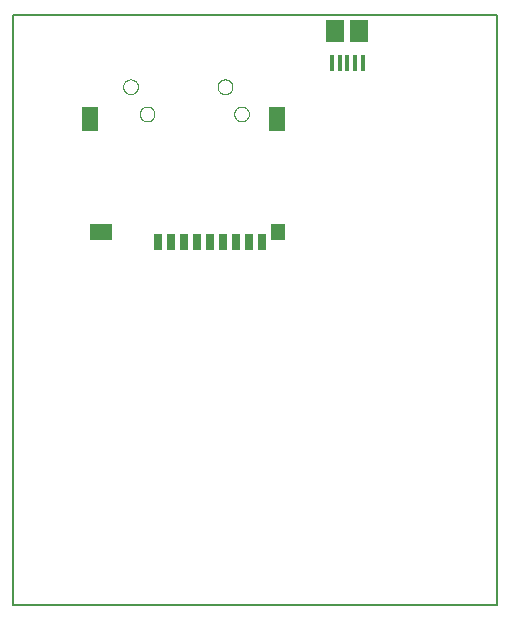
<source format=gtp>
G75*
%MOIN*%
%OFA0B0*%
%FSLAX25Y25*%
%IPPOS*%
%LPD*%
%AMOC8*
5,1,8,0,0,1.08239X$1,22.5*
%
%ADD10C,0.00500*%
%ADD11R,0.01575X0.05315*%
%ADD12R,0.05906X0.07480*%
%ADD13C,0.00000*%
%ADD14R,0.05512X0.07874*%
%ADD15R,0.05039X0.05512*%
%ADD16R,0.07677X0.05512*%
%ADD17R,0.02756X0.05512*%
D10*
X0020727Y0001625D02*
X0020727Y0198475D01*
X0041869Y0198475D01*
X0159192Y0198475D01*
X0182144Y0198475D01*
X0182144Y0001625D01*
X0159192Y0001625D01*
X0041869Y0001625D01*
X0020727Y0001625D01*
D11*
X0127066Y0182471D03*
X0129625Y0182471D03*
X0132184Y0182471D03*
X0134743Y0182471D03*
X0137302Y0182471D03*
D12*
X0136121Y0193003D03*
X0128247Y0192963D03*
D13*
X0094487Y0165444D02*
X0094489Y0165543D01*
X0094495Y0165642D01*
X0094505Y0165741D01*
X0094519Y0165839D01*
X0094537Y0165936D01*
X0094559Y0166033D01*
X0094584Y0166129D01*
X0094614Y0166223D01*
X0094647Y0166317D01*
X0094684Y0166409D01*
X0094725Y0166499D01*
X0094769Y0166588D01*
X0094817Y0166674D01*
X0094868Y0166759D01*
X0094923Y0166842D01*
X0094981Y0166922D01*
X0095042Y0167000D01*
X0095106Y0167076D01*
X0095173Y0167149D01*
X0095243Y0167219D01*
X0095316Y0167286D01*
X0095392Y0167350D01*
X0095470Y0167411D01*
X0095550Y0167469D01*
X0095633Y0167524D01*
X0095717Y0167575D01*
X0095804Y0167623D01*
X0095893Y0167667D01*
X0095983Y0167708D01*
X0096075Y0167745D01*
X0096169Y0167778D01*
X0096263Y0167808D01*
X0096359Y0167833D01*
X0096456Y0167855D01*
X0096553Y0167873D01*
X0096651Y0167887D01*
X0096750Y0167897D01*
X0096849Y0167903D01*
X0096948Y0167905D01*
X0097047Y0167903D01*
X0097146Y0167897D01*
X0097245Y0167887D01*
X0097343Y0167873D01*
X0097440Y0167855D01*
X0097537Y0167833D01*
X0097633Y0167808D01*
X0097727Y0167778D01*
X0097821Y0167745D01*
X0097913Y0167708D01*
X0098003Y0167667D01*
X0098092Y0167623D01*
X0098178Y0167575D01*
X0098263Y0167524D01*
X0098346Y0167469D01*
X0098426Y0167411D01*
X0098504Y0167350D01*
X0098580Y0167286D01*
X0098653Y0167219D01*
X0098723Y0167149D01*
X0098790Y0167076D01*
X0098854Y0167000D01*
X0098915Y0166922D01*
X0098973Y0166842D01*
X0099028Y0166759D01*
X0099079Y0166675D01*
X0099127Y0166588D01*
X0099171Y0166499D01*
X0099212Y0166409D01*
X0099249Y0166317D01*
X0099282Y0166223D01*
X0099312Y0166129D01*
X0099337Y0166033D01*
X0099359Y0165936D01*
X0099377Y0165839D01*
X0099391Y0165741D01*
X0099401Y0165642D01*
X0099407Y0165543D01*
X0099409Y0165444D01*
X0099407Y0165345D01*
X0099401Y0165246D01*
X0099391Y0165147D01*
X0099377Y0165049D01*
X0099359Y0164952D01*
X0099337Y0164855D01*
X0099312Y0164759D01*
X0099282Y0164665D01*
X0099249Y0164571D01*
X0099212Y0164479D01*
X0099171Y0164389D01*
X0099127Y0164300D01*
X0099079Y0164214D01*
X0099028Y0164129D01*
X0098973Y0164046D01*
X0098915Y0163966D01*
X0098854Y0163888D01*
X0098790Y0163812D01*
X0098723Y0163739D01*
X0098653Y0163669D01*
X0098580Y0163602D01*
X0098504Y0163538D01*
X0098426Y0163477D01*
X0098346Y0163419D01*
X0098263Y0163364D01*
X0098179Y0163313D01*
X0098092Y0163265D01*
X0098003Y0163221D01*
X0097913Y0163180D01*
X0097821Y0163143D01*
X0097727Y0163110D01*
X0097633Y0163080D01*
X0097537Y0163055D01*
X0097440Y0163033D01*
X0097343Y0163015D01*
X0097245Y0163001D01*
X0097146Y0162991D01*
X0097047Y0162985D01*
X0096948Y0162983D01*
X0096849Y0162985D01*
X0096750Y0162991D01*
X0096651Y0163001D01*
X0096553Y0163015D01*
X0096456Y0163033D01*
X0096359Y0163055D01*
X0096263Y0163080D01*
X0096169Y0163110D01*
X0096075Y0163143D01*
X0095983Y0163180D01*
X0095893Y0163221D01*
X0095804Y0163265D01*
X0095718Y0163313D01*
X0095633Y0163364D01*
X0095550Y0163419D01*
X0095470Y0163477D01*
X0095392Y0163538D01*
X0095316Y0163602D01*
X0095243Y0163669D01*
X0095173Y0163739D01*
X0095106Y0163812D01*
X0095042Y0163888D01*
X0094981Y0163966D01*
X0094923Y0164046D01*
X0094868Y0164129D01*
X0094817Y0164213D01*
X0094769Y0164300D01*
X0094725Y0164389D01*
X0094684Y0164479D01*
X0094647Y0164571D01*
X0094614Y0164665D01*
X0094584Y0164759D01*
X0094559Y0164855D01*
X0094537Y0164952D01*
X0094519Y0165049D01*
X0094505Y0165147D01*
X0094495Y0165246D01*
X0094489Y0165345D01*
X0094487Y0165444D01*
X0088975Y0174499D02*
X0088977Y0174598D01*
X0088983Y0174697D01*
X0088993Y0174796D01*
X0089007Y0174894D01*
X0089025Y0174991D01*
X0089047Y0175088D01*
X0089072Y0175184D01*
X0089102Y0175278D01*
X0089135Y0175372D01*
X0089172Y0175464D01*
X0089213Y0175554D01*
X0089257Y0175643D01*
X0089305Y0175729D01*
X0089356Y0175814D01*
X0089411Y0175897D01*
X0089469Y0175977D01*
X0089530Y0176055D01*
X0089594Y0176131D01*
X0089661Y0176204D01*
X0089731Y0176274D01*
X0089804Y0176341D01*
X0089880Y0176405D01*
X0089958Y0176466D01*
X0090038Y0176524D01*
X0090121Y0176579D01*
X0090205Y0176630D01*
X0090292Y0176678D01*
X0090381Y0176722D01*
X0090471Y0176763D01*
X0090563Y0176800D01*
X0090657Y0176833D01*
X0090751Y0176863D01*
X0090847Y0176888D01*
X0090944Y0176910D01*
X0091041Y0176928D01*
X0091139Y0176942D01*
X0091238Y0176952D01*
X0091337Y0176958D01*
X0091436Y0176960D01*
X0091535Y0176958D01*
X0091634Y0176952D01*
X0091733Y0176942D01*
X0091831Y0176928D01*
X0091928Y0176910D01*
X0092025Y0176888D01*
X0092121Y0176863D01*
X0092215Y0176833D01*
X0092309Y0176800D01*
X0092401Y0176763D01*
X0092491Y0176722D01*
X0092580Y0176678D01*
X0092666Y0176630D01*
X0092751Y0176579D01*
X0092834Y0176524D01*
X0092914Y0176466D01*
X0092992Y0176405D01*
X0093068Y0176341D01*
X0093141Y0176274D01*
X0093211Y0176204D01*
X0093278Y0176131D01*
X0093342Y0176055D01*
X0093403Y0175977D01*
X0093461Y0175897D01*
X0093516Y0175814D01*
X0093567Y0175730D01*
X0093615Y0175643D01*
X0093659Y0175554D01*
X0093700Y0175464D01*
X0093737Y0175372D01*
X0093770Y0175278D01*
X0093800Y0175184D01*
X0093825Y0175088D01*
X0093847Y0174991D01*
X0093865Y0174894D01*
X0093879Y0174796D01*
X0093889Y0174697D01*
X0093895Y0174598D01*
X0093897Y0174499D01*
X0093895Y0174400D01*
X0093889Y0174301D01*
X0093879Y0174202D01*
X0093865Y0174104D01*
X0093847Y0174007D01*
X0093825Y0173910D01*
X0093800Y0173814D01*
X0093770Y0173720D01*
X0093737Y0173626D01*
X0093700Y0173534D01*
X0093659Y0173444D01*
X0093615Y0173355D01*
X0093567Y0173269D01*
X0093516Y0173184D01*
X0093461Y0173101D01*
X0093403Y0173021D01*
X0093342Y0172943D01*
X0093278Y0172867D01*
X0093211Y0172794D01*
X0093141Y0172724D01*
X0093068Y0172657D01*
X0092992Y0172593D01*
X0092914Y0172532D01*
X0092834Y0172474D01*
X0092751Y0172419D01*
X0092667Y0172368D01*
X0092580Y0172320D01*
X0092491Y0172276D01*
X0092401Y0172235D01*
X0092309Y0172198D01*
X0092215Y0172165D01*
X0092121Y0172135D01*
X0092025Y0172110D01*
X0091928Y0172088D01*
X0091831Y0172070D01*
X0091733Y0172056D01*
X0091634Y0172046D01*
X0091535Y0172040D01*
X0091436Y0172038D01*
X0091337Y0172040D01*
X0091238Y0172046D01*
X0091139Y0172056D01*
X0091041Y0172070D01*
X0090944Y0172088D01*
X0090847Y0172110D01*
X0090751Y0172135D01*
X0090657Y0172165D01*
X0090563Y0172198D01*
X0090471Y0172235D01*
X0090381Y0172276D01*
X0090292Y0172320D01*
X0090206Y0172368D01*
X0090121Y0172419D01*
X0090038Y0172474D01*
X0089958Y0172532D01*
X0089880Y0172593D01*
X0089804Y0172657D01*
X0089731Y0172724D01*
X0089661Y0172794D01*
X0089594Y0172867D01*
X0089530Y0172943D01*
X0089469Y0173021D01*
X0089411Y0173101D01*
X0089356Y0173184D01*
X0089305Y0173268D01*
X0089257Y0173355D01*
X0089213Y0173444D01*
X0089172Y0173534D01*
X0089135Y0173626D01*
X0089102Y0173720D01*
X0089072Y0173814D01*
X0089047Y0173910D01*
X0089025Y0174007D01*
X0089007Y0174104D01*
X0088993Y0174202D01*
X0088983Y0174301D01*
X0088977Y0174400D01*
X0088975Y0174499D01*
X0062990Y0165444D02*
X0062992Y0165543D01*
X0062998Y0165642D01*
X0063008Y0165741D01*
X0063022Y0165839D01*
X0063040Y0165936D01*
X0063062Y0166033D01*
X0063087Y0166129D01*
X0063117Y0166223D01*
X0063150Y0166317D01*
X0063187Y0166409D01*
X0063228Y0166499D01*
X0063272Y0166588D01*
X0063320Y0166674D01*
X0063371Y0166759D01*
X0063426Y0166842D01*
X0063484Y0166922D01*
X0063545Y0167000D01*
X0063609Y0167076D01*
X0063676Y0167149D01*
X0063746Y0167219D01*
X0063819Y0167286D01*
X0063895Y0167350D01*
X0063973Y0167411D01*
X0064053Y0167469D01*
X0064136Y0167524D01*
X0064220Y0167575D01*
X0064307Y0167623D01*
X0064396Y0167667D01*
X0064486Y0167708D01*
X0064578Y0167745D01*
X0064672Y0167778D01*
X0064766Y0167808D01*
X0064862Y0167833D01*
X0064959Y0167855D01*
X0065056Y0167873D01*
X0065154Y0167887D01*
X0065253Y0167897D01*
X0065352Y0167903D01*
X0065451Y0167905D01*
X0065550Y0167903D01*
X0065649Y0167897D01*
X0065748Y0167887D01*
X0065846Y0167873D01*
X0065943Y0167855D01*
X0066040Y0167833D01*
X0066136Y0167808D01*
X0066230Y0167778D01*
X0066324Y0167745D01*
X0066416Y0167708D01*
X0066506Y0167667D01*
X0066595Y0167623D01*
X0066681Y0167575D01*
X0066766Y0167524D01*
X0066849Y0167469D01*
X0066929Y0167411D01*
X0067007Y0167350D01*
X0067083Y0167286D01*
X0067156Y0167219D01*
X0067226Y0167149D01*
X0067293Y0167076D01*
X0067357Y0167000D01*
X0067418Y0166922D01*
X0067476Y0166842D01*
X0067531Y0166759D01*
X0067582Y0166675D01*
X0067630Y0166588D01*
X0067674Y0166499D01*
X0067715Y0166409D01*
X0067752Y0166317D01*
X0067785Y0166223D01*
X0067815Y0166129D01*
X0067840Y0166033D01*
X0067862Y0165936D01*
X0067880Y0165839D01*
X0067894Y0165741D01*
X0067904Y0165642D01*
X0067910Y0165543D01*
X0067912Y0165444D01*
X0067910Y0165345D01*
X0067904Y0165246D01*
X0067894Y0165147D01*
X0067880Y0165049D01*
X0067862Y0164952D01*
X0067840Y0164855D01*
X0067815Y0164759D01*
X0067785Y0164665D01*
X0067752Y0164571D01*
X0067715Y0164479D01*
X0067674Y0164389D01*
X0067630Y0164300D01*
X0067582Y0164214D01*
X0067531Y0164129D01*
X0067476Y0164046D01*
X0067418Y0163966D01*
X0067357Y0163888D01*
X0067293Y0163812D01*
X0067226Y0163739D01*
X0067156Y0163669D01*
X0067083Y0163602D01*
X0067007Y0163538D01*
X0066929Y0163477D01*
X0066849Y0163419D01*
X0066766Y0163364D01*
X0066682Y0163313D01*
X0066595Y0163265D01*
X0066506Y0163221D01*
X0066416Y0163180D01*
X0066324Y0163143D01*
X0066230Y0163110D01*
X0066136Y0163080D01*
X0066040Y0163055D01*
X0065943Y0163033D01*
X0065846Y0163015D01*
X0065748Y0163001D01*
X0065649Y0162991D01*
X0065550Y0162985D01*
X0065451Y0162983D01*
X0065352Y0162985D01*
X0065253Y0162991D01*
X0065154Y0163001D01*
X0065056Y0163015D01*
X0064959Y0163033D01*
X0064862Y0163055D01*
X0064766Y0163080D01*
X0064672Y0163110D01*
X0064578Y0163143D01*
X0064486Y0163180D01*
X0064396Y0163221D01*
X0064307Y0163265D01*
X0064221Y0163313D01*
X0064136Y0163364D01*
X0064053Y0163419D01*
X0063973Y0163477D01*
X0063895Y0163538D01*
X0063819Y0163602D01*
X0063746Y0163669D01*
X0063676Y0163739D01*
X0063609Y0163812D01*
X0063545Y0163888D01*
X0063484Y0163966D01*
X0063426Y0164046D01*
X0063371Y0164129D01*
X0063320Y0164213D01*
X0063272Y0164300D01*
X0063228Y0164389D01*
X0063187Y0164479D01*
X0063150Y0164571D01*
X0063117Y0164665D01*
X0063087Y0164759D01*
X0063062Y0164855D01*
X0063040Y0164952D01*
X0063022Y0165049D01*
X0063008Y0165147D01*
X0062998Y0165246D01*
X0062992Y0165345D01*
X0062990Y0165444D01*
X0057479Y0174499D02*
X0057481Y0174598D01*
X0057487Y0174697D01*
X0057497Y0174796D01*
X0057511Y0174894D01*
X0057529Y0174991D01*
X0057551Y0175088D01*
X0057576Y0175184D01*
X0057606Y0175278D01*
X0057639Y0175372D01*
X0057676Y0175464D01*
X0057717Y0175554D01*
X0057761Y0175643D01*
X0057809Y0175729D01*
X0057860Y0175814D01*
X0057915Y0175897D01*
X0057973Y0175977D01*
X0058034Y0176055D01*
X0058098Y0176131D01*
X0058165Y0176204D01*
X0058235Y0176274D01*
X0058308Y0176341D01*
X0058384Y0176405D01*
X0058462Y0176466D01*
X0058542Y0176524D01*
X0058625Y0176579D01*
X0058709Y0176630D01*
X0058796Y0176678D01*
X0058885Y0176722D01*
X0058975Y0176763D01*
X0059067Y0176800D01*
X0059161Y0176833D01*
X0059255Y0176863D01*
X0059351Y0176888D01*
X0059448Y0176910D01*
X0059545Y0176928D01*
X0059643Y0176942D01*
X0059742Y0176952D01*
X0059841Y0176958D01*
X0059940Y0176960D01*
X0060039Y0176958D01*
X0060138Y0176952D01*
X0060237Y0176942D01*
X0060335Y0176928D01*
X0060432Y0176910D01*
X0060529Y0176888D01*
X0060625Y0176863D01*
X0060719Y0176833D01*
X0060813Y0176800D01*
X0060905Y0176763D01*
X0060995Y0176722D01*
X0061084Y0176678D01*
X0061170Y0176630D01*
X0061255Y0176579D01*
X0061338Y0176524D01*
X0061418Y0176466D01*
X0061496Y0176405D01*
X0061572Y0176341D01*
X0061645Y0176274D01*
X0061715Y0176204D01*
X0061782Y0176131D01*
X0061846Y0176055D01*
X0061907Y0175977D01*
X0061965Y0175897D01*
X0062020Y0175814D01*
X0062071Y0175730D01*
X0062119Y0175643D01*
X0062163Y0175554D01*
X0062204Y0175464D01*
X0062241Y0175372D01*
X0062274Y0175278D01*
X0062304Y0175184D01*
X0062329Y0175088D01*
X0062351Y0174991D01*
X0062369Y0174894D01*
X0062383Y0174796D01*
X0062393Y0174697D01*
X0062399Y0174598D01*
X0062401Y0174499D01*
X0062399Y0174400D01*
X0062393Y0174301D01*
X0062383Y0174202D01*
X0062369Y0174104D01*
X0062351Y0174007D01*
X0062329Y0173910D01*
X0062304Y0173814D01*
X0062274Y0173720D01*
X0062241Y0173626D01*
X0062204Y0173534D01*
X0062163Y0173444D01*
X0062119Y0173355D01*
X0062071Y0173269D01*
X0062020Y0173184D01*
X0061965Y0173101D01*
X0061907Y0173021D01*
X0061846Y0172943D01*
X0061782Y0172867D01*
X0061715Y0172794D01*
X0061645Y0172724D01*
X0061572Y0172657D01*
X0061496Y0172593D01*
X0061418Y0172532D01*
X0061338Y0172474D01*
X0061255Y0172419D01*
X0061171Y0172368D01*
X0061084Y0172320D01*
X0060995Y0172276D01*
X0060905Y0172235D01*
X0060813Y0172198D01*
X0060719Y0172165D01*
X0060625Y0172135D01*
X0060529Y0172110D01*
X0060432Y0172088D01*
X0060335Y0172070D01*
X0060237Y0172056D01*
X0060138Y0172046D01*
X0060039Y0172040D01*
X0059940Y0172038D01*
X0059841Y0172040D01*
X0059742Y0172046D01*
X0059643Y0172056D01*
X0059545Y0172070D01*
X0059448Y0172088D01*
X0059351Y0172110D01*
X0059255Y0172135D01*
X0059161Y0172165D01*
X0059067Y0172198D01*
X0058975Y0172235D01*
X0058885Y0172276D01*
X0058796Y0172320D01*
X0058710Y0172368D01*
X0058625Y0172419D01*
X0058542Y0172474D01*
X0058462Y0172532D01*
X0058384Y0172593D01*
X0058308Y0172657D01*
X0058235Y0172724D01*
X0058165Y0172794D01*
X0058098Y0172867D01*
X0058034Y0172943D01*
X0057973Y0173021D01*
X0057915Y0173101D01*
X0057860Y0173184D01*
X0057809Y0173268D01*
X0057761Y0173355D01*
X0057717Y0173444D01*
X0057676Y0173534D01*
X0057639Y0173626D01*
X0057606Y0173720D01*
X0057576Y0173814D01*
X0057551Y0173910D01*
X0057529Y0174007D01*
X0057511Y0174104D01*
X0057497Y0174202D01*
X0057487Y0174301D01*
X0057481Y0174400D01*
X0057479Y0174499D01*
D14*
X0046554Y0163869D03*
X0108759Y0163869D03*
D15*
X0108995Y0126074D03*
D16*
X0049999Y0126074D03*
D17*
X0068995Y0122648D03*
X0073325Y0122648D03*
X0077656Y0122648D03*
X0081987Y0122648D03*
X0086318Y0122648D03*
X0090648Y0122648D03*
X0094979Y0122648D03*
X0099310Y0122648D03*
X0103640Y0122648D03*
M02*

</source>
